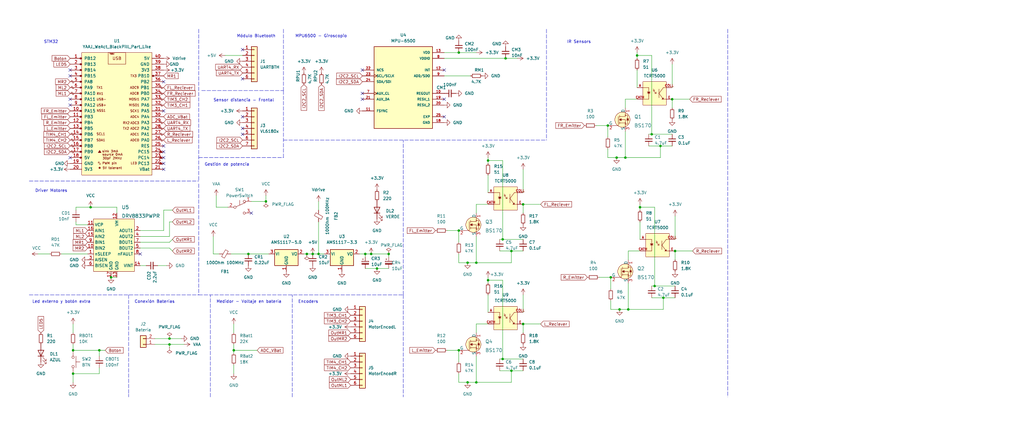
<source format=kicad_sch>
(kicad_sch (version 20211123) (generator eeschema)
  (paper "User" 445.008 184.988)
  (junction (at 31.75 162.56))
  (junction (at 43.18 152.4))
  (junction (at 219.71 25.4))
  (junction (at 101.6 152.4))
  (junction (at 207.01 114.3))
  (junction (at 264.16 54.61))
  (junction (at 135.89 110.49))
  (junction (at 203.2 114.3))
  (junction (at 222.25 161.29))
  (junction (at 271.78 68.58))
  (junction (at 227.33 140.97))
  (junction (at 138.43 110.49))
  (junction (at 269.24 134.62))
  (junction (at 276.86 24.13))
  (junction (at 199.39 100.33))
  (junction (at 227.33 88.9))
  (junction (at 48.26 120.65))
  (junction (at 267.97 68.58))
  (junction (at 163.83 116.84))
  (junction (at 161.29 110.49))
  (junction (at 293.37 109.22))
  (junction (at 39.37 90.17))
  (junction (at 73.66 147.32))
  (junction (at 203.2 166.37))
  (junction (at 199.39 22.86))
  (junction (at 283.21 58.42))
  (junction (at 31.75 152.4))
  (junction (at 168.91 110.49))
  (junction (at 133.35 110.49))
  (junction (at 115.57 87.63))
  (junction (at 107.95 110.49))
  (junction (at 222.25 109.22))
  (junction (at 212.09 121.92))
  (junction (at 284.48 124.46))
  (junction (at 287.02 63.5))
  (junction (at 73.66 149.86))
  (junction (at 265.43 120.65))
  (junction (at 273.05 134.62))
  (junction (at 207.01 166.37))
  (junction (at 278.13 90.17))
  (junction (at 292.1 43.18))
  (junction (at 218.44 156.21))
  (junction (at 199.39 152.4))
  (junction (at 212.09 69.85))
  (junction (at 218.44 104.14))
  (junction (at 288.29 129.54))
  (junction (at 158.75 110.49))
  (no_connect (at 71.12 35.56))
  (no_connect (at 193.04 43.18))
  (no_connect (at 157.48 43.18))
  (no_connect (at 157.48 30.48))
  (no_connect (at 71.12 68.58))
  (no_connect (at 60.96 110.49))
  (no_connect (at 193.04 50.8))
  (no_connect (at 71.12 63.5))
  (no_connect (at 30.48 30.48))
  (no_connect (at 30.48 45.72))
  (no_connect (at 30.48 68.58))
  (no_connect (at 30.48 43.18))
  (no_connect (at 157.48 40.64))
  (no_connect (at 105.41 50.8))
  (no_connect (at 30.48 33.02))
  (no_connect (at 71.12 48.26))
  (no_connect (at 71.12 71.12))
  (no_connect (at 105.41 58.42))
  (no_connect (at 193.04 30.48))
  (no_connect (at 105.41 21.59))
  (no_connect (at 105.41 34.29))
  (no_connect (at 71.12 66.04))
  (no_connect (at 71.12 73.66))
  (no_connect (at 109.22 92.71))
  (no_connect (at 105.41 55.88))
  (wire (pts (xy 71.12 91.44) (xy 74.93 91.44)))
  (wire (pts (xy 222.25 166.37) (xy 222.25 161.29)))
  (polyline (pts (xy 87.63 39.37) (xy 123.19 39.37)))
  (wire (pts (xy 60.96 100.33) (xy 71.12 100.33)))
  (wire (pts (xy 68.58 115.57) (xy 72.39 115.57)))
  (wire (pts (xy 67.31 147.32) (xy 73.66 147.32)))
  (wire (pts (xy 218.44 121.92) (xy 218.44 156.21)))
  (wire (pts (xy 101.6 140.97) (xy 101.6 144.78)))
  (wire (pts (xy 271.78 43.18) (xy 271.78 46.99)))
  (wire (pts (xy 207.01 114.3) (xy 222.25 114.3)))
  (wire (pts (xy 207.01 140.97) (xy 207.01 144.78)))
  (wire (pts (xy 199.39 114.3) (xy 203.2 114.3)))
  (wire (pts (xy 219.71 25.4) (xy 224.79 25.4)))
  (wire (pts (xy 203.2 166.37) (xy 207.01 166.37)))
  (wire (pts (xy 212.09 128.27) (xy 212.09 135.89)))
  (wire (pts (xy 287.02 63.5) (xy 292.1 63.5)))
  (polyline (pts (xy 123.19 60.96) (xy 237.49 60.96)))
  (polyline (pts (xy 55.88 128.27) (xy 55.88 171.45)))
  (wire (pts (xy 292.1 43.18) (xy 299.72 43.18)))
  (wire (pts (xy 115.57 87.63) (xy 115.57 85.09)))
  (polyline (pts (xy 175.26 128.27) (xy 175.26 172.72)))
  (wire (pts (xy 33.02 90.17) (xy 39.37 90.17)))
  (wire (pts (xy 292.1 43.18) (xy 292.1 46.99)))
  (wire (pts (xy 33.02 91.44) (xy 33.02 90.17)))
  (wire (pts (xy 217.17 109.22) (xy 222.25 109.22)))
  (wire (pts (xy 217.17 161.29) (xy 222.25 161.29)))
  (wire (pts (xy 193.04 25.4) (xy 219.71 25.4)))
  (wire (pts (xy 283.21 124.46) (xy 284.48 124.46)))
  (wire (pts (xy 207.01 140.97) (xy 212.09 140.97)))
  (wire (pts (xy 161.29 110.49) (xy 168.91 110.49)))
  (wire (pts (xy 271.78 68.58) (xy 271.78 57.15)))
  (wire (pts (xy 218.44 156.21) (xy 227.33 156.21)))
  (wire (pts (xy 288.29 129.54) (xy 293.37 129.54)))
  (wire (pts (xy 259.08 54.61) (xy 264.16 54.61)))
  (wire (pts (xy 43.18 152.4) (xy 31.75 152.4)))
  (wire (pts (xy 97.79 24.13) (xy 105.41 24.13)))
  (wire (pts (xy 227.33 128.27) (xy 227.33 135.89)))
  (wire (pts (xy 265.43 120.65) (xy 265.43 125.73)))
  (wire (pts (xy 193.04 33.02) (xy 204.47 33.02)))
  (wire (pts (xy 212.09 69.85) (xy 218.44 69.85)))
  (wire (pts (xy 212.09 121.92) (xy 212.09 123.19)))
  (wire (pts (xy 101.6 149.86) (xy 101.6 152.4)))
  (wire (pts (xy 287.02 68.58) (xy 287.02 63.5)))
  (wire (pts (xy 207.01 166.37) (xy 222.25 166.37)))
  (wire (pts (xy 16.51 110.49) (xy 21.59 110.49)))
  (wire (pts (xy 227.33 73.66) (xy 227.33 83.82)))
  (wire (pts (xy 31.75 162.56) (xy 43.18 162.56)))
  (wire (pts (xy 193.04 22.86) (xy 199.39 22.86)))
  (wire (pts (xy 269.24 134.62) (xy 273.05 134.62)))
  (polyline (pts (xy 123.19 12.7) (xy 123.19 39.37)))
  (wire (pts (xy 203.2 114.3) (xy 207.01 114.3)))
  (wire (pts (xy 93.98 90.17) (xy 99.06 90.17)))
  (wire (pts (xy 92.71 102.87) (xy 92.71 110.49)))
  (wire (pts (xy 276.86 30.48) (xy 276.86 38.1)))
  (wire (pts (xy 264.16 54.61) (xy 264.16 59.69)))
  (wire (pts (xy 199.39 162.56) (xy 199.39 166.37)))
  (wire (pts (xy 293.37 109.22) (xy 300.99 109.22)))
  (wire (pts (xy 163.83 116.84) (xy 168.91 116.84)))
  (wire (pts (xy 284.48 90.17) (xy 284.48 124.46)))
  (wire (pts (xy 264.16 68.58) (xy 267.97 68.58)))
  (wire (pts (xy 73.66 147.32) (xy 78.74 147.32)))
  (wire (pts (xy 284.48 124.46) (xy 293.37 124.46)))
  (wire (pts (xy 133.35 110.49) (xy 135.89 110.49)))
  (polyline (pts (xy 86.36 68.58) (xy 123.19 68.58)))
  (wire (pts (xy 101.6 152.4) (xy 101.6 153.67)))
  (wire (pts (xy 138.43 87.63) (xy 138.43 91.44)))
  (wire (pts (xy 107.95 110.49) (xy 116.84 110.49)))
  (wire (pts (xy 283.21 24.13) (xy 283.21 58.42)))
  (wire (pts (xy 73.66 96.52) (xy 74.93 96.52)))
  (wire (pts (xy 217.17 156.21) (xy 218.44 156.21)))
  (wire (pts (xy 207.01 88.9) (xy 212.09 88.9)))
  (wire (pts (xy 194.31 152.4) (xy 199.39 152.4)))
  (wire (pts (xy 260.35 120.65) (xy 265.43 120.65)))
  (wire (pts (xy 227.33 88.9) (xy 227.33 92.71)))
  (wire (pts (xy 276.86 24.13) (xy 276.86 25.4)))
  (wire (pts (xy 292.1 27.94) (xy 292.1 38.1)))
  (wire (pts (xy 199.39 22.86) (xy 207.01 22.86)))
  (wire (pts (xy 60.96 107.95) (xy 73.66 107.95)))
  (wire (pts (xy 271.78 43.18) (xy 276.86 43.18)))
  (wire (pts (xy 73.66 107.95) (xy 74.93 109.22)))
  (wire (pts (xy 33.02 96.52) (xy 33.02 97.79)))
  (wire (pts (xy 227.33 140.97) (xy 234.95 140.97)))
  (wire (pts (xy 217.17 104.14) (xy 218.44 104.14)))
  (wire (pts (xy 222.25 161.29) (xy 227.33 161.29)))
  (wire (pts (xy 281.94 63.5) (xy 287.02 63.5)))
  (wire (pts (xy 278.13 90.17) (xy 284.48 90.17)))
  (wire (pts (xy 278.13 88.9) (xy 278.13 90.17)))
  (wire (pts (xy 93.98 85.09) (xy 93.98 90.17)))
  (wire (pts (xy 43.18 160.02) (xy 43.18 162.56)))
  (wire (pts (xy 273.05 109.22) (xy 273.05 113.03)))
  (wire (pts (xy 212.09 69.85) (xy 212.09 71.12)))
  (wire (pts (xy 48.26 120.65) (xy 50.8 120.65)))
  (wire (pts (xy 281.94 58.42) (xy 283.21 58.42)))
  (polyline (pts (xy 86.36 128.27) (xy 175.26 128.27)))
  (wire (pts (xy 267.97 68.58) (xy 271.78 68.58)))
  (wire (pts (xy 60.96 102.87) (xy 73.66 102.87)))
  (polyline (pts (xy 237.49 12.7) (xy 237.49 60.96)))
  (wire (pts (xy 92.71 110.49) (xy 95.25 110.49)))
  (wire (pts (xy 60.96 115.57) (xy 63.5 115.57)))
  (wire (pts (xy 39.37 90.17) (xy 50.8 90.17)))
  (wire (pts (xy 207.01 114.3) (xy 207.01 102.87)))
  (wire (pts (xy 199.39 166.37) (xy 203.2 166.37)))
  (wire (pts (xy 33.02 97.79) (xy 38.1 97.79)))
  (wire (pts (xy 212.09 120.65) (xy 212.09 121.92)))
  (wire (pts (xy 273.05 134.62) (xy 273.05 123.19)))
  (wire (pts (xy 158.75 116.84) (xy 163.83 116.84)))
  (wire (pts (xy 67.31 149.86) (xy 73.66 149.86)))
  (polyline (pts (xy 123.19 68.58) (xy 123.19 39.37)))
  (wire (pts (xy 273.05 109.22) (xy 278.13 109.22)))
  (wire (pts (xy 283.21 58.42) (xy 292.1 58.42)))
  (wire (pts (xy 222.25 109.22) (xy 227.33 109.22)))
  (wire (pts (xy 168.91 110.49) (xy 168.91 111.76)))
  (wire (pts (xy 218.44 104.14) (xy 227.33 104.14)))
  (wire (pts (xy 212.09 121.92) (xy 218.44 121.92)))
  (wire (pts (xy 158.75 110.49) (xy 158.75 111.76)))
  (wire (pts (xy 73.66 102.87) (xy 73.66 96.52)))
  (polyline (pts (xy 175.26 128.27) (xy 175.26 60.96)))
  (wire (pts (xy 264.16 64.77) (xy 264.16 68.58)))
  (wire (pts (xy 293.37 109.22) (xy 293.37 113.03)))
  (wire (pts (xy 276.86 24.13) (xy 283.21 24.13)))
  (wire (pts (xy 199.39 110.49) (xy 199.39 114.3)))
  (wire (pts (xy 31.75 149.86) (xy 31.75 152.4)))
  (wire (pts (xy 138.43 110.49) (xy 140.97 110.49)))
  (wire (pts (xy 199.39 100.33) (xy 199.39 105.41)))
  (wire (pts (xy 293.37 93.98) (xy 293.37 104.14)))
  (wire (pts (xy 109.22 87.63) (xy 115.57 87.63)))
  (wire (pts (xy 207.01 166.37) (xy 207.01 154.94)))
  (polyline (pts (xy 86.36 12.7) (xy 86.36 78.74)))
  (wire (pts (xy 199.39 152.4) (xy 199.39 157.48)))
  (polyline (pts (xy 12.7 128.27) (xy 86.36 128.27)))
  (wire (pts (xy 71.12 100.33) (xy 71.12 91.44)))
  (wire (pts (xy 212.09 68.58) (xy 212.09 69.85)))
  (wire (pts (xy 31.75 162.56) (xy 31.75 166.37)))
  (wire (pts (xy 265.43 130.81) (xy 265.43 134.62)))
  (wire (pts (xy 73.66 151.13) (xy 73.66 149.86)))
  (wire (pts (xy 135.89 110.49) (xy 138.43 110.49)))
  (wire (pts (xy 111.76 152.4) (xy 101.6 152.4)))
  (wire (pts (xy 194.31 100.33) (xy 199.39 100.33)))
  (wire (pts (xy 31.75 140.97) (xy 31.75 144.78)))
  (wire (pts (xy 60.96 105.41) (xy 73.66 105.41)))
  (polyline (pts (xy 55.88 172.72) (xy 55.88 171.45)))
  (wire (pts (xy 138.43 96.52) (xy 138.43 110.49)))
  (polyline (pts (xy 91.44 172.72) (xy 91.44 128.27)))
  (wire (pts (xy 222.25 114.3) (xy 222.25 109.22)))
  (wire (pts (xy 43.18 152.4) (xy 45.72 152.4)))
  (wire (pts (xy 100.33 110.49) (xy 107.95 110.49)))
  (polyline (pts (xy 127 172.72) (xy 127 128.27)))
  (wire (pts (xy 276.86 22.86) (xy 276.86 24.13)))
  (polyline (pts (xy 86.36 80.01) (xy 86.36 128.27)))
  (wire (pts (xy 271.78 68.58) (xy 287.02 68.58)))
  (wire (pts (xy 273.05 134.62) (xy 288.29 134.62)))
  (wire (pts (xy 212.09 76.2) (xy 212.09 83.82)))
  (wire (pts (xy 26.67 110.49) (xy 38.1 110.49)))
  (wire (pts (xy 227.33 88.9) (xy 234.95 88.9)))
  (wire (pts (xy 265.43 134.62) (xy 269.24 134.62)))
  (wire (pts (xy 50.8 90.17) (xy 50.8 92.71)))
  (wire (pts (xy 43.18 154.94) (xy 43.18 152.4)))
  (wire (pts (xy 278.13 96.52) (xy 278.13 104.14)))
  (wire (pts (xy 278.13 90.17) (xy 278.13 91.44)))
  (polyline (pts (xy 12.7 78.74) (xy 86.36 78.74)))
  (wire (pts (xy 132.08 110.49) (xy 133.35 110.49)))
  (polyline (pts (xy 316.23 12.7) (xy 316.23 172.72)))
  (wire (pts (xy 207.01 88.9) (xy 207.01 92.71)))
  (wire (pts (xy 218.44 69.85) (xy 218.44 104.14)))
  (wire (pts (xy 288.29 134.62) (xy 288.29 129.54)))
  (wire (pts (xy 156.21 110.49) (xy 158.75 110.49)))
  (wire (pts (xy 101.6 158.75) (xy 101.6 162.56)))
  (wire (pts (xy 283.21 129.54) (xy 288.29 129.54)))
  (wire (pts (xy 73.66 105.41) (xy 74.93 104.14)))
  (wire (pts (xy 227.33 140.97) (xy 227.33 144.78)))
  (wire (pts (xy 73.66 149.86) (xy 80.01 149.86)))
  (wire (pts (xy 158.75 110.49) (xy 161.29 110.49)))
  (text "Medidor - Voltaje en batería\n" (at 93.98 132.08 0) (effects (font (size 1.27 1.27)) (justify left bottom)))
  (text "Gestión de potencia" (at 88.9 72.39 0) (effects (font (size 1.27 1.27)) (justify left bottom)))
  (text "Led externo y botón extra" (at 13.97 132.08 0) (effects (font (size 1.27 1.27)) (justify left bottom)))
  (text "MPU6500 - Giroscopio" (at 128.27 16.51 0) (effects (font (size 1.27 1.27)) (justify left bottom)))
  (text "STM32" (at 19.05 19.05 0) (effects (font (size 1.27 1.27)) (justify left bottom)))
  (text "IR Sensors" (at 246.38 19.05 0) (effects (font (size 1.27 1.27)) (justify left bottom)))
  (text "Módulo Bluetooth" (at 102.87 16.51 0) (effects (font (size 1.27 1.27)) (justify left bottom)))
  (text "Encoders" (at 129.54 132.08 0) (effects (font (size 1.27 1.27)) (justify left bottom)))
  (text "Driver Motores" (at 15.24 83.82 0) (effects (font (size 1.27 1.27)) (justify left bottom)))
  (text "Conexión Baterías" (at 58.42 132.08 0) (effects (font (size 1.27 1.27)) (justify left bottom)))
  (text "Sensor distancia - Frontal\n" (at 92.71 44.45 0) (effects (font (size 1.27 1.27)) (justify left bottom)))
  (global_label "Boton" (shape input) (at 30.48 25.4 180) (property "Intersheet References" "${INTERSHEET_REFS}" (effects hide)))
  (global_label "TIM3_CH1" (shape input) (at 152.4 137.16 180) (property "Intersheet References" "${INTERSHEET_REFS}" (effects hide)))
  (global_label "TIM3_CH1" (shape input) (at 71.12 45.72 0) (property "Intersheet References" "${INTERSHEET_REFS}" (effects hide)))
  (global_label "LED5" (shape input) (at 30.48 27.94 180) (property "Intersheet References" "${INTERSHEET_REFS}" (effects hide)))
  (global_label "OutML1" (shape input) (at 152.4 167.64 180) (property "Intersheet References" "${INTERSHEET_REFS}" (effects hide)))
  (global_label "I2C2_SDA" (shape input) (at 30.48 66.04 180) (property "Intersheet References" "${INTERSHEET_REFS}" (effects hide)))
  (global_label "UART4_RX" (shape input) (at 105.41 29.21 180) (property "Intersheet References" "${INTERSHEET_REFS}" (effects hide)))
  (global_label "L_Reciever" (shape input) (at 71.12 60.96 0) (property "Intersheet References" "${INTERSHEET_REFS}" (effects hide)))
  (global_label "ML1" (shape input) (at 38.1 100.33 180) (property "Intersheet References" "${INTERSHEET_REFS}" (effects hide)))
  (global_label "OutMR2" (shape input) (at 152.4 147.32 180) (property "Intersheet References" "${INTERSHEET_REFS}" (effects hide)))
  (global_label "UART4_TX" (shape input) (at 105.41 31.75 180) (property "Intersheet References" "${INTERSHEET_REFS}" (effects hide)))
  (global_label "ML2" (shape input) (at 30.48 38.1 180) (property "Intersheet References" "${INTERSHEET_REFS}" (effects hide)))
  (global_label "TIM3_CH2" (shape input) (at 71.12 43.18 0) (property "Intersheet References" "${INTERSHEET_REFS}" (effects hide)))
  (global_label "R_Emitter" (shape input) (at 30.48 53.34 180) (property "Intersheet References" "${INTERSHEET_REFS}" (effects hide)))
  (global_label "ADC_VBat" (shape input) (at 111.76 152.4 0) (property "Intersheet References" "${INTERSHEET_REFS}" (effects hide)))
  (global_label "I2C2_SCL" (shape input) (at 132.08 36.83 270) (property "Intersheet References" "${INTERSHEET_REFS}" (effects hide)))
  (global_label "L_Emitter" (shape input) (at 189.23 152.4 180) (property "Intersheet References" "${INTERSHEET_REFS}" (effects hide)))
  (global_label "I2C2_SCL" (shape input) (at 105.41 60.96 180) (property "Intersheet References" "${INTERSHEET_REFS}" (effects hide)))
  (global_label "MR2" (shape input) (at 38.1 107.95 180) (property "Intersheet References" "${INTERSHEET_REFS}" (effects hide)))
  (global_label "I2C2_SCL" (shape input) (at 157.48 33.02 180) (property "Intersheet References" "${INTERSHEET_REFS}" (effects hide)))
  (global_label "OutMR1" (shape input) (at 74.93 104.14 0) (property "Intersheet References" "${INTERSHEET_REFS}" (effects hide)))
  (global_label "I2C2_SDA" (shape input) (at 139.7 36.83 270) (property "Intersheet References" "${INTERSHEET_REFS}" (effects hide)))
  (global_label "L_Emitter" (shape input) (at 30.48 55.88 180) (property "Intersheet References" "${INTERSHEET_REFS}" (effects hide)))
  (global_label "OutMR2" (shape input) (at 74.93 109.22 0) (property "Intersheet References" "${INTERSHEET_REFS}" (effects hide)))
  (global_label "OutML2" (shape input) (at 74.93 96.52 0) (property "Intersheet References" "${INTERSHEET_REFS}" (effects hide)))
  (global_label "UART4_RX" (shape input) (at 71.12 53.34 0) (property "Intersheet References" "${INTERSHEET_REFS}" (effects hide)))
  (global_label "OutML2" (shape input) (at 152.4 165.1 180) (property "Intersheet References" "${INTERSHEET_REFS}" (effects hide)))
  (global_label "I2C2_SDA" (shape input) (at 157.48 35.56 180) (property "Intersheet References" "${INTERSHEET_REFS}" (effects hide)))
  (global_label "ML1" (shape input) (at 30.48 40.64 180) (property "Intersheet References" "${INTERSHEET_REFS}" (effects hide)))
  (global_label "ADC_VBat" (shape input) (at 71.12 50.8 0) (property "Intersheet References" "${INTERSHEET_REFS}" (effects hide)))
  (global_label "FL_Emitter" (shape input) (at 189.23 100.33 180) (property "Intersheet References" "${INTERSHEET_REFS}" (effects hide)))
  (global_label "TIM4_CH2" (shape input) (at 152.4 160.02 180) (property "Intersheet References" "${INTERSHEET_REFS}" (effects hide)))
  (global_label "FL_Emitter" (shape input) (at 30.48 50.8 180) (property "Intersheet References" "${INTERSHEET_REFS}" (effects hide)))
  (global_label "TIM4_CH1" (shape input) (at 152.4 157.48 180) (property "Intersheet References" "${INTERSHEET_REFS}" (effects hide)))
  (global_label "TIM4_CH1" (shape input) (at 30.48 58.42 180) (property "Intersheet References" "${INTERSHEET_REFS}" (effects hide)))
  (global_label "FR_Emitter" (shape input) (at 254 54.61 180) (property "Intersheet References" "${INTERSHEET_REFS}" (effects hide)))
  (global_label "MR1" (shape input) (at 71.12 33.02 0) (property "Intersheet References" "${INTERSHEET_REFS}" (effects hide)))
  (global_label "LED5" (shape input) (at 17.78 144.78 90) (property "Intersheet References" "${INTERSHEET_REFS}" (effects hide)))
  (global_label "MR1" (shape input) (at 38.1 105.41 180) (property "Intersheet References" "${INTERSHEET_REFS}" (effects hide)))
  (global_label "R_Emitter" (shape input) (at 255.27 120.65 180) (property "Intersheet References" "${INTERSHEET_REFS}" (effects hide)))
  (global_label "I2C2_SDA" (shape input) (at 105.41 63.5 180) (property "Intersheet References" "${INTERSHEET_REFS}" (effects hide)))
  (global_label "FR_Reciever" (shape input) (at 71.12 40.64 0) (property "Intersheet References" "${INTERSHEET_REFS}" (effects hide)))
  (global_label "Boton" (shape input) (at 45.72 152.4 0) (property "Intersheet References" "${INTERSHEET_REFS}" (effects hide)))
  (global_label "TIM3_CH2" (shape input) (at 152.4 139.7 180) (property "Intersheet References" "${INTERSHEET_REFS}" (effects hide)))
  (global_label "OutMR1" (shape input) (at 152.4 144.78 180) (property "Intersheet References" "${INTERSHEET_REFS}" (effects hide)))
  (global_label "R_Reciever" (shape input) (at 300.99 109.22 0) (property "Intersheet References" "${INTERSHEET_REFS}" (effects hide)))
  (global_label "MR2" (shape input) (at 30.48 35.56 180) (property "Intersheet References" "${INTERSHEET_REFS}" (effects hide)))
  (global_label "OutML1" (shape input) (at 74.93 91.44 0) (property "Intersheet References" "${INTERSHEET_REFS}" (effects hide)))
  (global_label "ML2" (shape input) (at 38.1 102.87 180) (property "Intersheet References" "${INTERSHEET_REFS}" (effects hide)))
  (global_label "I2C2_SCL" (shape input) (at 30.48 63.5 180) (property "Intersheet References" "${INTERSHEET_REFS}" (effects hide)))
  (global_label "FR_Reciever" (shape input) (at 299.72 43.18 0) (property "Intersheet References" "${INTERSHEET_REFS}" (effects hide)))
  (global_label "TIM4_CH2" (shape input) (at 30.48 60.96 180) (property "Intersheet References" "${INTERSHEET_REFS}" (effects hide)))
  (global_label "UART4_TX" (shape input) (at 71.12 55.88 0) (property "Intersheet References" "${INTERSHEET_REFS}" (effects hide)))
  (global_label "FL_Reciever" (shape input) (at 71.12 38.1 0) (property "Intersheet References" "${INTERSHEET_REFS}" (effects hide)))
  (global_label "FL_Reciever" (shape input) (at 234.95 88.9 0) (property "Intersheet References" "${INTERSHEET_REFS}" (effects hide)))
  (global_label "L_Reciever" (shape input) (at 234.95 140.97 0) (property "Intersheet References" "${INTERSHEET_REFS}" (effects hide)))
  (global_label "FR_Emitter" (shape input) (at 30.48 48.26 180) (property "Intersheet References" "${INTERSHEET_REFS}" (effects hide)))
  (global_label "R_Reciever" (shape input) (at 71.12 58.42 0) (property "Intersheet References" "${INTERSHEET_REFS}" (effects hide)))
  (symbol (lib_id "Connector_Generic:Conn_01x06") (at 110.49 26.67 0) (unit 1)
    (property "Reference" "J1" (at 113.03 26.6699 0) (effects (justify left)))
    (property "Value" "UARTBTH" (at 113.03 29.2099 0) (effects (justify left)))
    (property "Footprint" "Connector_PinSocket_2.54mm:PinSocket_1x06_P2.54mm_Vertical" (effects hide))
  )
  (symbol (lib_id "power:+3.3V") (at 227.33 73.66 0) (unit 1)
    (property "Reference" "#PWR064" (effects hide))
    (property "Value" "+3.3V" (at 227.33 68.58 0))
  )
  (symbol (lib_id "Device:R_Small") (at 257.81 120.65 90) (unit 1)
    (property "Reference" "R4" (at 257.81 114.3 90))
    (property "Value" "100" (at 257.81 116.84 90))
    (property "Footprint" "Resistor_SMD:R_0402_1005Metric" (effects hide))
  )
  (symbol (lib_id "power:PWR_FLAG") (at 73.66 151.13 180) (unit 1)
    (property "Reference" "#FLG0101" (effects hide))
    (property "Value" "PWR_FLAG" (at 76.2 153.67 0) (effects (justify right)))
  )
  (symbol (lib_id "Device:R_Small") (at 212.09 125.73 180) (unit 1)
    (property "Reference" "R16" (at 214.63 124.4599 0) (effects (justify right)))
    (property "Value" "51" (at 214.63 126.9999 0) (effects (justify right)))
    (property "Footprint" "Resistor_SMD:R_0402_1005Metric" (effects hide))
  )
  (symbol (lib_id "power:GND") (at 105.41 26.67 270) (unit 1)
    (property "Reference" "#PWR018" (effects hide))
    (property "Value" "GND" (at 101.6 26.6699 90) (effects (justify right)))
  )
  (symbol (lib_id "Device:R_Small") (at 132.08 34.29 180) (unit 1)
    (property "Reference" "RPU1" (at 129.54 33.02 90))
    (property "Value" "4.7K" (at 134.62 34.29 90))
    (property "Footprint" "Resistor_SMD:R_0402_1005Metric" (effects hide))
  )
  (symbol (lib_id "power:GND") (at 148.59 118.11 0) (unit 1)
    (property "Reference" "#PWR017" (effects hide))
    (property "Value" "GND" (at 148.59 123.19 0))
  )
  (symbol (lib_id "Device:C_Polarized_Small") (at 168.91 114.3 0) (unit 1)
    (property "Reference" "CR4" (at 170.18 114.3 0) (effects (justify left)))
    (property "Value" "10uF" (at 170.18 116.84 0) (effects (justify left)))
    (property "Footprint" "Capacitor_SMD:C_1206_3216Metric" (effects hide))
  )
  (symbol (lib_id "dk_Transistors-FETs-MOSFETs-Single:BS170") (at 207.01 97.79 0) (unit 1)
    (property "Reference" "Q3" (at 210.82 96.52 0) (effects (font (size 1.524 1.524)) (justify left)))
    (property "Value" "BS170" (at 210.82 100.33 0) (effects (font (size 1.524 1.524)) (justify left)))
    (property "Footprint" "digikey-footprints:TO-92-3" (effects hide))
    (property "Datasheet" "https://www.onsemi.com/pub/Collateral/BS170-D.PDF" (effects hide))
    (property "Digi-Key_PN" "BS170-ND" (effects hide))
    (property "MPN" "BS170" (effects hide))
    (property "Category" "Discrete Semiconductor Products" (effects hide))
    (property "Family" "Transistors - FETs, MOSFETs - Single" (effects hide))
    (property "DK_Datasheet_Link" "https://www.onsemi.com/pub/Collateral/BS170-D.PDF" (effects hide))
    (property "DK_Detail_Page" "/product-detail/en/on-semiconductor/BS170/BS170-ND/244280" (effects hide))
    (property "Description" "MOSFET N-CH 60V 500MA TO-92" (effects hide))
    (property "Manufacturer" "ON Semiconductor" (effects hide))
    (property "Status" "Active" (effects hide))
  )
  (symbol (lib_id "Device:C_Small") (at 217.17 106.68 0) (unit 1)
    (property "Reference" "C5" (at 219.71 105.4162 0) (effects (justify left)))
    (property "Value" "4.7uF" (at 219.71 107.9562 0) (effects (justify left)))
    (property "Footprint" "Capacitor_SMD:C_0402_1005Metric" (effects hide))
  )
  (symbol (lib_id "power:GND") (at 78.74 147.32 90) (unit 1)
    (property "Reference" "#PWR0101" (effects hide))
    (property "Value" "GND" (at 82.55 147.3199 90) (effects (justify right)))
  )
  (symbol (lib_id "Connector_Generic:Conn_01x02") (at 62.23 149.86 180) (unit 1)
    (property "Reference" "J2" (at 62.23 140.97 0))
    (property "Value" "Batería" (at 62.23 143.51 0))
    (property "Footprint" "HUELLAS:AMASS_XT60-M" (effects hide))
  )
  (symbol (lib_id "power:+3.3V") (at 132.08 31.75 0) (unit 1)
    (property "Reference" "#PWR023" (effects hide))
    (property "Value" "+3.3V" (at 132.08 26.67 0))
  )
  (symbol (lib_id "Device:R_Small") (at 199.39 160.02 180) (unit 1)
    (property "Reference" "R14" (at 201.93 158.7499 0) (effects (justify right)))
    (property "Value" "47K" (at 201.93 161.2899 0) (effects (justify right)))
    (property "Footprint" "Resistor_SMD:R_0402_1005Metric" (effects hide))
  )
  (symbol (lib_id "power:+3.3V") (at 212.09 120.65 0) (unit 1)
    (property "Reference" "#PWR063" (effects hide))
    (property "Value" "+3.3V" (at 215.9 119.38 0))
  )
  (symbol (lib_id "power:+3.3V") (at 276.86 22.86 0) (unit 1)
    (property "Reference" "#PWR054" (effects hide))
    (property "Value" "+3.3V" (at 276.86 17.78 0))
  )
  (symbol (lib_id "power:GND") (at 269.24 134.62 0) (unit 1)
    (property "Reference" "#PWR053" (effects hide))
    (property "Value" "GND" (at 269.24 139.7 0))
  )
  (symbol (lib_id "power:GND") (at 227.33 97.79 0) (unit 1)
    (property "Reference" "#PWR065" (effects hide))
    (property "Value" "GND" (at 227.33 102.87 0))
  )
  (symbol (lib_id "Device:R_Small") (at 101.6 156.21 180) (unit 1)
    (property "Reference" "RBat2" (at 104.14 154.9399 0) (effects (justify right)))
    (property "Value" "18K" (at 104.14 157.4799 0) (effects (justify right)))
    (property "Footprint" "Resistor_SMD:R_0402_1005Metric" (effects hide))
  )
  (symbol (lib_id "Connector_Generic:Conn_01x06") (at 157.48 160.02 0) (unit 1)
    (property "Reference" "J5" (at 160.02 160.0199 0) (effects (justify left)))
    (property "Value" "MotorEncodR" (at 160.02 162.5599 0) (effects (justify left)))
    (property "Footprint" "Connector_JST:JST_SH_BM06B-SRSS-TB_1x06-1MP_P1.00mm_Vertical" (effects hide))
  )
  (symbol (lib_id "power:GND") (at 163.83 116.84 0) (unit 1)
    (property "Reference" "#PWR022" (effects hide))
    (property "Value" "GND" (at 163.83 121.92 0))
  )
  (symbol (lib_id "Device:R_Small") (at 293.37 115.57 180) (unit 1)
    (property "Reference" "R10" (at 295.91 114.2999 0) (effects (justify right)))
    (property "Value" "1.8K" (at 295.91 116.8399 0) (effects (justify right)))
    (property "Footprint" "Resistor_SMD:R_0402_1005Metric" (effects hide))
  )
  (symbol (lib_id "Device:C_Small") (at 66.04 115.57 90) (unit 1)
    (property "Reference" "CD2" (at 64.77 121.92 0) (effects (justify left)))
    (property "Value" "2.2uF" (at 67.31 123.19 0) (effects (justify left)))
    (property "Footprint" "Capacitor_SMD:C_0402_1005Metric" (effects hide))
  )
  (symbol (lib_id "Connector_Generic:Conn_01x07") (at 110.49 55.88 0) (unit 1)
    (property "Reference" "J3" (at 113.03 54.6099 0) (effects (justify left)))
    (property "Value" "VL6180x " (at 113.03 57.1499 0) (effects (justify left)))
    (property "Footprint" "Connector_PinSocket_2.54mm:PinSocket_1x07_P2.54mm_Vertical" (effects hide))
  )
  (symbol (lib_id "power:GND") (at 38.1 113.03 270) (unit 1)
    (property "Reference" "#PWR033" (effects hide))
    (property "Value" "GND" (at 34.29 113.0299 90) (effects (justify right)))
  )
  (symbol (lib_id "power:GND") (at 105.41 53.34 270) (unit 1)
    (property "Reference" "#PWR026" (effects hide))
    (property "Value" "GND" (at 101.6 53.3399 90) (effects (justify right)))
  )
  (symbol (lib_id "Device:R_Small") (at 256.54 54.61 90) (unit 1)
    (property "Reference" "R3" (at 256.54 48.26 90))
    (property "Value" "100" (at 256.54 50.8 90))
    (property "Footprint" "Resistor_SMD:R_0402_1005Metric" (effects hide))
  )
  (symbol (lib_id "power:GND") (at 292.1 52.07 0) (unit 1)
    (property "Reference" "#PWR057" (effects hide))
    (property "Value" "GND" (at 292.1 57.15 0))
  )
  (symbol (lib_id "power:+3.3V") (at 161.29 110.49 0) (unit 1)
    (property "Reference" "#PWR019" (effects hide))
    (property "Value" "+3.3V" (at 161.29 105.41 0))
  )
  (symbol (lib_id "power:PWR_FLAG") (at 115.57 87.63 180) (unit 1)
    (property "Reference" "#FLG01" (effects hide))
    (property "Value" "PWR_FLAG" (at 118.11 88.8999 0) (effects (justify right)))
  )
  (symbol (lib_id "Device:R_Small") (at 163.83 85.09 0) (unit 1)
    (property "Reference" "R2" (at 166.37 83.8199 0) (effects (justify left)))
    (property "Value" "220" (at 166.37 86.3599 0) (effects (justify left)))
    (property "Footprint" "Resistor_SMD:R_0603_1608Metric" (effects hide))
  )
  (symbol (lib_id "Device:R_Small") (at 265.43 128.27 180) (unit 1)
    (property "Reference" "R6" (at 267.97 126.9999 0) (effects (justify right)))
    (property "Value" "47K" (at 267.97 129.5399 0) (effects (justify right)))
    (property "Footprint" "Resistor_SMD:R_0402_1005Metric" (effects hide))
  )
  (symbol (lib_id "power:GND") (at 203.2 114.3 0) (unit 1)
    (property "Reference" "#PWR060" (effects hide))
    (property "Value" "GND" (at 203.2 119.38 0))
  )
  (symbol (lib_id "Regulator_Linear:AMS1117-5.0") (at 124.46 110.49 0) (unit 1)
    (property "Reference" "U2" (at 124.46 102.87 0))
    (property "Value" "AMS1117-5.0" (at 124.46 105.41 0))
    (property "Footprint" "Package_TO_SOT_SMD:SOT-223-3_TabPin2" (effects hide))
    (property "Datasheet" "http://www.advanced-monolithic.com/pdf/ds1117.pdf" (effects hide))
  )
  (symbol (lib_id "Device:R_Small") (at 17.78 147.32 0) (unit 1)
    (property "Reference" "R1" (at 20.32 146.0499 0) (effects (justify left)))
    (property "Value" "220" (at 20.32 148.5899 0) (effects (justify left)))
    (property "Footprint" "Resistor_SMD:R_0603_1608Metric" (effects hide))
  )
  (symbol (lib_id "Device:R_Small") (at 199.39 107.95 180) (unit 1)
    (property "Reference" "R13" (at 201.93 106.6799 0) (effects (justify right)))
    (property "Value" "47K" (at 201.93 109.2199 0) (effects (justify right)))
    (property "Footprint" "Resistor_SMD:R_0402_1005Metric" (effects hide))
  )
  (symbol (lib_id "power:Vdrive") (at 138.43 87.63 0) (unit 1)
    (property "Reference" "#PWR015" (effects hide))
    (property "Value" "Vdrive" (at 138.43 82.55 0))
  )
  (symbol (lib_id "Device:C_Small") (at 283.21 127 0) (unit 1)
    (property "Reference" "C2" (at 285.75 125.7362 0) (effects (justify left)))
    (property "Value" "4.7uF" (at 285.75 128.2762 0) (effects (justify left)))
    (property "Footprint" "Capacitor_SMD:C_0402_1005Metric" (effects hide))
  )
  (symbol (lib_id "power:GND") (at 31.75 166.37 0) (unit 1)
    (property "Reference" "#PWR046" (effects hide))
    (property "Value" "GND" (at 31.75 171.45 0))
  )
  (symbol (lib_id "Switch:SW_Push_SPDT") (at 104.14 90.17 0) (unit 1)
    (property "Reference" "SW1" (at 104.14 82.55 0))
    (property "Value" "PowerSwitch" (at 104.14 85.09 0))
    (property "Footprint" "HUELLAS:Switch_Slide" (effects hide))
  )
  (symbol (lib_id "power:+3.3V") (at 278.13 88.9 0) (unit 1)
    (property "Reference" "#PWR055" (effects hide))
    (property "Value" "+3.3V" (at 278.13 83.82 0))
  )
  (symbol (lib_id "power:+3.3V") (at 152.4 142.24 90) (unit 1)
    (property "Reference" "#PWR043" (effects hide))
    (property "Value" "+3.3V" (at 148.59 142.2399 90) (effects (justify left)))
  )
  (symbol (lib_id "TCRT5000:TCRT5000") (at 284.48 40.64 0) (unit 1)
    (property "Reference" "U6" (at 284.48 30.48 0))
    (property "Value" "TCRT5000" (at 284.48 33.02 0))
    (property "Footprint" "TCRT5000-Footprint:OPTO_TCRT5000" (effects hide))
    (property "MAXIMUM_PACKAGE_HEIGHT" "7.2mm" (effects hide))
    (property "PARTREV" "1.7" (effects hide))
    (property "STANDARD" "Manufacturer recommendations" (effects hide))
    (property "MANUFACTURER" "Vishay" (effects hide))
  )
  (symbol (lib_id "power:GND") (at 17.78 157.48 0) (unit 1)
    (property "Reference" "#PWR01" (effects hide))
    (property "Value" "GND" (at 17.78 162.56 0))
  )
  (symbol (lib_id "power:GND") (at 157.48 48.26 270) (unit 1)
    (property "Reference" "#PWR027" (effects hide))
    (property "Value" "GND" (at 153.67 48.2599 90) (effects (justify right)))
  )
  (symbol (lib_id "Device:LED") (at 163.83 91.44 90) (unit 1)
    (property "Reference" "DL2" (at 167.64 91.7574 90) (effects (justify right)))
    (property "Value" "VERDE" (at 167.64 94.2974 90) (effects (justify right)))
    (property "Footprint" "LED_SMD:LED_0603_1608Metric" (effects hide))
  )
  (symbol (lib_id "power:+3.3V") (at 152.4 162.56 90) (unit 1)
    (property "Reference" "#PWR051" (effects hide))
    (property "Value" "+3.3V" (at 148.59 162.5599 90) (effects (justify left)))
  )
  (symbol (lib_id "dk_Transistors-FETs-MOSFETs-Single:BS170") (at 271.78 52.07 0) (unit 1)
    (property "Reference" "Q1" (at 275.59 50.8 0) (effects (font (size 1.524 1.524)) (justify left)))
    (property "Value" "BS170" (at 275.59 54.61 0) (effects (font (size 1.524 1.524)) (justify left)))
    (property "Footprint" "digikey-footprints:TO-92-3" (effects hide))
    (property "Datasheet" "https://www.onsemi.com/pub/Collateral/BS170-D.PDF" (effects hide))
    (property "Digi-Key_PN" "BS170-ND" (effects hide))
    (property "MPN" "BS170" (effects hide))
    (property "Category" "Discrete Semiconductor Products" (effects hide))
    (property "Family" "Transistors - FETs, MOSFETs - Single" (effects hide))
    (property "DK_Datasheet_Link" "https://www.onsemi.com/pub/Collateral/BS170-D.PDF" (effects hide))
    (property "DK_Detail_Page" "/product-detail/en/on-semiconductor/BS170/BS170-ND/244280" (effects hide))
    (property "Description" "MOSFET N-CH 60V 500MA TO-92" (effects hide))
    (property "Manufacturer" "ON Semiconductor" (effects hide))
    (property "Status" "Active" (effects hide))
  )
  (symbol (lib_id "Device:R_Small") (at 207.01 33.02 90) (unit 1)
    (property "Reference" "RM1" (at 208.28 30.48 90))
    (property "Value" "4.7K" (at 207.01 35.56 90))
    (property "Footprint" "Resistor_SMD:R_0402_1005Metric" (effects hide))
  )
  (symbol (lib_id "Device:C_Polarized_Small") (at 158.75 114.3 0) (unit 1)
    (property "Reference" "CR3" (at 161.29 112.4838 0) (effects (justify left)))
    (property "Value" "10uF" (at 161.29 115.0238 0) (effects (justify left)))
    (property "Footprint" "Capacitor_SMD:C_1206_3216Metric" (effects hide))
  )
  (symbol (lib_id "Device:C_Small") (at 281.94 60.96 0) (unit 1)
    (property "Reference" "C1" (at 284.48 59.6962 0) (effects (justify left)))
    (property "Value" "4.7uF" (at 284.48 62.2362 0) (effects (justify left)))
    (property "Footprint" "Capacitor_SMD:C_0402_1005Metric" (effects hide))
  )
  (symbol (lib_id "Device:R_Small") (at 264.16 62.23 180) (unit 1)
    (property "Reference" "R5" (at 266.7 60.9599 0) (effects (justify right)))
    (property "Value" "47K" (at 266.7 63.4999 0) (effects (justify right)))
    (property "Footprint" "Resistor_SMD:R_0402_1005Metric" (effects hide))
  )
  (symbol (lib_id "power:+3.3V") (at 292.1 27.94 0) (unit 1)
    (property "Reference" "#PWR056" (effects hide))
    (property "Value" "+3.3V" (at 292.1 22.86 0))
  )
  (symbol (lib_id "power:PWR_FLAG") (at 73.66 147.32 0) (unit 1)
    (property "Reference" "#FLG0102" (effects hide))
    (property "Value" "PWR_FLAG" (at 73.66 142.24 0))
  )
  (symbol (lib_id "power:+5V") (at 97.79 24.13 90) (unit 1)
    (property "Reference" "#PWR016" (effects hide))
    (property "Value" "+5V" (at 93.98 24.1299 90) (effects (justify left)))
  )
  (symbol (lib_id "Connector_Generic:Conn_01x06") (at 157.48 139.7 0) (unit 1)
    (property "Reference" "J4" (at 160.02 139.6999 0) (effects (justify left)))
    (property "Value" "MotorEncodL" (at 160.02 142.2399 0) (effects (justify left)))
    (property "Footprint" "Connector_JST:JST_SH_BM06B-SRSS-TB_1x06-1MP_P1.00mm_Vertical" (effects hide))
  )
  (symbol (lib_id "power:GND") (at 38.1 115.57 270) (unit 1)
    (property "Reference" "#PWR034" (effects hide))
    (property "Value" "GND" (at 34.29 115.5699 90) (effects (justify right)))
  )
  (symbol (lib_id "power:GND") (at 219.71 20.32 180) (unit 1)
    (property "Reference" "#PWR047" (effects hide))
    (property "Value" "GND" (at 215.9 19.05 0))
  )
  (symbol (lib_id "Device:R_Small") (at 227.33 95.25 180) (unit 1)
    (property "Reference" "R17" (at 229.87 93.9799 0) (effects (justify right)))
    (property "Value" "1.8K" (at 229.87 96.5199 0) (effects (justify right)))
    (property "Footprint" "Resistor_SMD:R_0402_1005Metric" (effects hide))
  )
  (symbol (lib_id "Switch:SW_Push") (at 31.75 157.48 270) (unit 1)
    (property "Reference" "SW2" (at 35.56 156.2099 90) (effects (justify left)))
    (property "Value" "BTN" (at 35.56 158.7499 90) (effects (justify left)))
    (property "Footprint" "Button_Switch_THT:SW_PUSH_6mm_H5mm" (effects hide))
  )
  (symbol (lib_id "Device:LED") (at 17.78 153.67 90) (unit 1)
    (property "Reference" "DL1" (at 21.59 153.9874 90) (effects (justify right)))
    (property "Value" "AZUL" (at 21.59 156.5274 90) (effects (justify right)))
    (property "Footprint" "LED_SMD:LED_0603_1608Metric" (effects hide))
  )
  (symbol (lib_id "power:GND") (at 293.37 118.11 0) (unit 1)
    (property "Reference" "#PWR059" (effects hide))
    (property "Value" "GND" (at 293.37 123.19 0))
  )
  (symbol (lib_id "power:GND") (at 72.39 115.57 90) (unit 1)
    (property "Reference" "#PWR049" (effects hide))
    (property "Value" "GND" (at 76.2 115.5699 90) (effects (justify right)))
  )
  (symbol (lib_id "power:GND") (at 193.04 45.72 90) (unit 1)
    (property "Reference" "#PWR036" (effects hide))
    (property "Value" "GND" (at 196.85 45.7199 90) (effects (justify right)))
  )
  (symbol (lib_id "Device:C_Small") (at 292.1 60.96 0) (unit 1)
    (property "Reference" "C3" (at 294.64 59.6962 0) (effects (justify left)))
    (property "Value" "0.1uF" (at 294.64 62.2362 0) (effects (justify left)))
    (property "Footprint" "Capacitor_SMD:C_0402_1005Metric" (effects hide))
  )
  (symbol (lib_id "Device:C_Small") (at 107.95 113.03 0) (unit 1)
    (property "Reference" "CR1" (at 110.49 111.7662 0) (effects (justify left)))
    (property "Value" "0.22uF" (at 110.49 114.3062 0) (effects (justify left)))
    (property "Footprint" "Capacitor_SMD:C_1206_3216Metric" (effects hide))
  )
  (symbol (lib_id "power:GND") (at 152.4 134.62 270) (unit 1)
    (property "Reference" "#PWR042" (effects hide))
    (property "Value" "GND" (at 148.59 134.6199 90) (effects (justify right)))
  )
  (symbol (lib_id "Device:R_Small") (at 139.7 34.29 180) (unit 1)
    (property "Reference" "RPU2" (at 137.16 33.02 90))
    (property "Value" "4.7K" (at 142.24 34.29 90))
    (property "Footprint" "Resistor_SMD:R_0402_1005Metric" (effects hide))
  )
  (symbol (lib_id "power:GND") (at 101.6 162.56 0) (unit 1)
    (property "Reference" "#PWR032" (effects hide))
    (property "Value" "GND" (at 101.6 167.64 0))
  )
  (symbol (lib_id "Device:C_Small") (at 33.02 93.98 0) (unit 1)
    (property "Reference" "CD1" (at 26.67 92.71 0) (effects (justify left)))
    (property "Value" "10nF" (at 25.4 95.25 0) (effects (justify left)))
    (property "Footprint" "Capacitor_SMD:C_0402_1005Metric" (effects hide))
  )
  (symbol (lib_id "Device:C_Small") (at 219.71 22.86 0) (unit 1)
    (property "Reference" "CM3" (at 222.25 21.5962 0) (effects (justify left)))
    (property "Value" "10nF" (at 222.25 24.1362 0) (effects (justify left)))
    (property "Footprint" "Capacitor_SMD:C_0402_1005Metric" (effects hide))
  )
  (symbol (lib_id "Device:R_Small") (at 191.77 100.33 90) (unit 1)
    (property "Reference" "R11" (at 191.77 93.98 90))
    (property "Value" "100" (at 191.77 96.52 90))
    (property "Footprint" "Resistor_SMD:R_0402_1005Metric" (effects hide))
  )
  (symbol (lib_id "power:GND") (at 198.12 40.64 90) (unit 1)
    (property "Reference" "#PWR038" (effects hide))
    (property "Value" "GND" (at 201.93 40.6399 90) (effects (justify right)))
  )
  (symbol (lib_id "dk_PMIC-Full-Half-Bridge-Drivers:DRV8833PWPR") (at 50.8 107.95 0) (unit 1)
    (property "Reference" "U5" (at 52.8194 90.17 0) (effects (font (size 1.524 1.524)) (justify left)))
    (property "Value" "DRV8833PWPR" (at 52.8194 93.98 0) (effects (font (size 1.524 1.524)) (justify left)))
    (property "Footprint" "digikey-footprints:TSSOP-16-1EP_W4.40mm" (effects hide))
    (property "Datasheet" "http://www.ti.com/general/docs/suppproductinfo.tsp?distId=10&gotoUrl=http%3A%2F%2Fwww.ti.com%2Flit%2Fgpn%2Fdrv8833" (effects hide))
    (property "Digi-Key_PN" "296-29434-1-ND" (effects hide))
    (property "MPN" "DRV8833PWPR" (effects hide))
    (property "Category" "Integrated Circuits (ICs)" (effects hide))
    (property "Family" "PMIC - Full, Half-Bridge Drivers" (effects hide))
    (property "DK_Datasheet_Link" "http://www.ti.com/general/docs/suppproductinfo.tsp?distId=10&gotoUrl=http%3A%2F%2Fwww.ti.com%2Flit%2Fgpn%2Fdrv8833" (effects hide))
    (property "DK_Detail_Page" "/product-detail/en/texas-instruments/DRV8833PWPR/296-29434-1-ND/2743171" (effects hide))
    (property "Description" "IC MOTOR DRIVER PAR 16HTSSOP" (effects hide))
    (property "Manufacturer" "Texas Instruments" (effects hide))
    (property "Status" "Active" (effects hide))
  )
  (symbol (lib_id "power:+3.3V") (at 31.75 140.97 0) (unit 1)
    (property "Reference" "#PWR045" (effects hide))
    (property "Value" "+3.3V" (at 31.75 135.89 0))
  )
  (symbol (lib_id "Device:R_Small") (at 276.86 27.94 180) (unit 1)
    (property "Reference" "R7" (at 279.4 26.6699 0) (effects (justify right)))
    (property "Value" "51" (at 279.4 29.2099 0) (effects (justify right)))
    (property "Footprint" "Resistor_SMD:R_0402_1005Metric" (effects hide))
  )
  (symbol (lib_id "power:GND") (at 199.39 17.78 180) (unit 1)
    (property "Reference" "#PWR039" (effects hide))
    (property "Value" "GND" (at 195.58 16.51 0))
  )
  (symbol (lib_id "power:GND") (at 227.33 149.86 0) (unit 1)
    (property "Reference" "#PWR067" (effects hide))
    (property "Value" "GND" (at 227.33 154.94 0))
  )
  (symbol (lib_id "power:+3.3V") (at 30.48 73.66 90) (unit 1)
    (property "Reference" "#PWR04" (effects hide))
    (property "Value" "+3.3V" (at 21.59 73.66 90) (effects (justify right)))
  )
  (symbol (lib_id "power:VCC") (at 39.37 90.17 0) (unit 1)
    (property "Reference" "#PWR035" (effects hide))
    (property "Value" "VCC" (at 39.37 85.09 0))
  )
  (symbol (lib_id "power:PWR_FLAG") (at 133.35 110.49 180) (unit 1)
    (property "Reference" "#FLG02" (effects hide))
    (property "Value" "PWR_FLAG" (effects hide))
  )
  (symbol (lib_id "dk_Transistors-FETs-MOSFETs-Single:BS170") (at 207.01 149.86 0) (unit 1)
    (property "Reference" "Q4" (at 210.82 148.59 0) (effects (font (size 1.524 1.524)) (justify left)))
    (property "Value" "BS170" (at 210.82 152.4 0) (effects (font (size 1.524 1.524)) (justify left)))
    (property "Footprint" "digikey-footprints:TO-92-3" (effects hide))
    (property "Datasheet" "https://www.onsemi.com/pub/Collateral/BS170-D.PDF" (effects hide))
    (property "Digi-Key_PN" "BS170-ND" (effects hide))
    (property "MPN" "BS170" (effects hide))
    (property "Category" "Discrete Semiconductor Products" (effects hide))
    (property "Family" "Transistors - FETs, MOSFETs - Single" (effects hide))
    (property "DK_Datasheet_Link" "https://www.onsemi.com/pub/Collateral/BS170-D.PDF" (effects hide))
    (property "DK_Detail_Page" "/product-detail/en/on-semiconductor/BS170/BS170-ND/244280" (effects hide))
    (property "Description" "MOSFET N-CH 60V 500MA TO-92" (effects hide))
    (property "Manufacturer" "ON Semiconductor" (effects hide))
    (property "Status" "Active" (effects hide))
  )
  (symbol (lib_id "TCRT5000:TCRT5000") (at 219.71 138.43 0) (unit 1)
    (property "Reference" "U9" (at 219.71 128.27 0))
    (property "Value" "TCRT5000" (at 219.71 130.81 0))
    (property "Footprint" "TCRT5000-Footprint:OPTO_TCRT5000" (effects hide))
    (property "MAXIMUM_PACKAGE_HEIGHT" "7.2mm" (effects hide))
    (property "PARTREV" "1.7" (effects hide))
    (property "STANDARD" "Manufacturer recommendations" (effects hide))
    (property "MANUFACTURER" "Vishay" (effects hide))
  )
  (symbol (lib_id "Device:R_Small") (at 24.13 110.49 90) (unit 1)
    (property "Reference" "RD1" (at 24.13 104.14 90))
    (property "Value" "47K" (at 24.13 106.68 90))
    (property "Footprint" "Resistor_SMD:R_0402_1005Metric" (effects hide))
  )
  (symbol (lib_id "Device:R_Small") (at 212.09 73.66 180) (unit 1)
    (property "Reference" "R15" (at 214.63 72.3899 0) (effects (justify right)))
    (property "Value" "51" (at 214.63 74.9299 0) (effects (justify right)))
    (property "Footprint" "Resistor_SMD:R_0402_1005Metric" (effects hide))
  )
  (symbol (lib_id "power:GND") (at 152.4 154.94 270) (unit 1)
    (property "Reference" "#PWR050" (effects hide))
    (property "Value" "GND" (at 148.59 154.9399 90) (effects (justify right)))
  )
  (symbol (lib_id "power:+3.3V") (at 139.7 31.75 0) (unit 1)
    (property "Reference" "#PWR024" (effects hide))
    (property "Value" "+3.3V" (at 139.7 26.67 0))
  )
  (symbol (lib_id "Device:R_Small") (at 31.75 147.32 0) (unit 1)
    (property "Reference" "RBOT1" (at 34.29 146.0499 0) (effects (justify left)))
    (property "Value" "10K" (at 34.29 148.5899 0) (effects (justify left)))
    (property "Footprint" "Resistor_SMD:R_0402_1005Metric" (effects hide))
  )
  (symbol (lib_id "power:GND") (at 193.04 53.34 90) (unit 1)
    (property "Reference" "#PWR037" (effects hide))
    (property "Value" "GND" (at 196.85 53.3399 90) (effects (justify right)))
  )
  (symbol (lib_id "Device:R_Small") (at 227.33 147.32 180) (unit 1)
    (property "Reference" "R18" (at 229.87 146.0499 0) (effects (justify right)))
    (property "Value" "1.8K" (at 229.87 148.5899 0) (effects (justify right)))
    (property "Footprint" "Resistor_SMD:R_0402_1005Metric" (effects hide))
  )
  (symbol (lib_id "STM32:YAAJ_WeAct_BlackPill_Part_Like") (at 50.8 48.26 0) (unit 1)
    (property "Reference" "U1" (at 50.8 17.78 0))
    (property "Value" "YAAJ_WeAct_BlackPill_Part_Like" (at 50.8 20.32 0))
    (property "Footprint" "FootprintSTM32Nucleo:Blackpill2" (effects hide))
  )
  (symbol (lib_id "power:GND") (at 267.97 68.58 0) (unit 1)
    (property "Reference" "#PWR052" (effects hide))
    (property "Value" "GND" (at 267.97 73.66 0))
  )
  (symbol (lib_id "MPU-6500:MPU-6500") (at 175.26 38.1 0) (unit 1)
    (property "Reference" "U4" (at 175.26 15.24 0))
    (property "Value" "MPU-6500" (at 175.26 17.78 0))
    (property "Footprint" "mpu-6500-footprint:QFN40P300X300X95-25N" (effects hide))
    (property "E_MIN" "2.9" (effects hide))
    (property "L_NOM" "0.3" (effects hide))
    (property "E_MAX" "3.1" (effects hide))
    (property "E_NOM" "3.0" (effects hide))
    (property "ENOM" "0.4" (effects hide))
    (property "B_NOM" "0.2" (effects hide))
    (property "L_MAX" "0.25" (effects hide))
    (property "B_MIN" "0.15" (effects hide))
    (property "B_MAX" "0.25" (effects hide))
    (property "PIN_COUNT_E" "6.0" (effects hide))
    (property "PIN_COUNT_D" "6.0" (effects hide))
    (property "D_MIN" "2.9" (effects hide))
    (property "E2_NOM" "1.54" (effects hide))
    (property "D_MAX" "3.1" (effects hide))
    (property "MANUFACTURER" "TDK InvenSense" (effects hide))
    (property "PARTREV" "1.3" (effects hide))
    (property "STANDARD" "IPC 7351B" (effects hide))
    (property "MAXIMUM_PACKAGE_HEIGHT" "0.95 mm" (effects hide))
    (property "D_NOM" "3.0" (effects hide))
    (property "L_MIN" "0.15" (effects hide))
    (property "D2_NOM" "1.7" (effects hide))
  )
  (symbol (lib_id "Device:R_Small") (at 101.6 147.32 180) (unit 1)
    (property "Reference" "RBat1" (at 104.14 146.0499 0) (effects (justify right)))
    (property "Value" "22K" (at 104.14 148.5899 0) (effects (justify right)))
    (property "Footprint" "Resistor_SMD:R_0402_1005Metric" (effects hide))
  )
  (symbol (lib_id "power:+3.3V") (at 71.12 30.48 270) (unit 1)
    (property "Reference" "#PWR011" (effects hide))
    (property "Value" "+3.3V" (at 80.01 30.48 90) (effects (justify right)))
  )
  (symbol (lib_id "power:+3.3V") (at 224.79 25.4 270) (unit 1)
    (property "Reference" "#PWR048" (effects hide))
    (property "Value" "+3.3V" (at 228.6 25.3999 90) (effects (justify left)))
  )
  (symbol (lib_id "power:GND") (at 30.48 71.12 270) (unit 1)
    (property "Reference" "#PWR03" (effects hide))
    (property "Value" "GND" (at 27.94 71.12 90) (effects (justify right)))
  )
  (symbol (lib_id "power:VCC") (at 16.51 110.49 90) (unit 1)
    (property "Reference" "#PWR030" (effects hide))
    (property "Value" "VCC" (at 13.97 107.95 90) (effects (justify right)))
  )
  (symbol (lib_id "Device:C_Small") (at 135.89 113.03 0) (unit 1)
    (property "Reference" "CR2" (at 138.43 111.7662 0) (effects (justify left)))
    (property "Value" "10uF" (at 138.43 114.3062 0) (effects (justify left)))
    (property "Footprint" "Capacitor_SMD:C_1206_3216Metric" (effects hide))
  )
  (symbol (lib_id "power:GND") (at 107.95 115.57 0) (unit 1)
    (property "Reference" "#PWR07" (effects hide))
    (property "Value" "GND" (at 107.95 120.65 0))
  )
  (symbol (lib_id "power:VCC") (at 101.6 140.97 0) (unit 1)
    (property "Reference" "#PWR031" (effects hide))
    (property "Value" "VCC" (at 101.6 135.89 0))
  )
  (symbol (lib_id "Device:R_Small") (at 292.1 49.53 180) (unit 1)
    (property "Reference" "R9" (at 294.64 48.2599 0) (effects (justify right)))
    (property "Value" "1.8K" (at 294.64 50.7999 0) (effects (justify right)))
    (property "Footprint" "Resistor_SMD:R_0402_1005Metric" (effects hide))
  )
  (symbol (lib_id "Device:R_Small") (at 191.77 152.4 90) (unit 1)
    (property "Reference" "R12" (at 191.77 146.05 90))
    (property "Value" "100" (at 191.77 148.59 90))
    (property "Footprint" "Resistor_SMD:R_0402_1005Metric" (effects hide))
  )
  (symbol (lib_id "Device:C_Small") (at 293.37 127 0) (unit 1)
    (property "Reference" "C4" (at 295.91 125.7362 0) (effects (justify left)))
    (property "Value" "0.1uF" (at 295.91 128.2762 0) (effects (justify left)))
    (property "Footprint" "Capacitor_SMD:C_0402_1005Metric" (effects hide))
  )
  (symbol (lib_id "power:GND") (at 135.89 115.57 0) (unit 1)
    (property "Reference" "#PWR014" (effects hide))
    (property "Value" "GND" (at 135.89 120.65 0))
  )
  (symbol (lib_id "Device:C_Small") (at 199.39 20.32 0) (unit 1)
    (property "Reference" "CM2" (at 201.93 19.0562 0) (effects (justify left)))
    (property "Value" "100nF" (at 201.93 21.5962 0) (effects (justify left)))
    (property "Footprint" "Capacitor_SMD:C_0402_1005Metric" (effects hide))
  )
  (symbol (lib_id "Device:FerriteBead_Small") (at 97.79 110.49 90) (unit 1)
    (property "Reference" "FB1" (at 97.79 118.11 90))
    (property "Value" "100Ohm 100MHz" (at 97.79 114.3 90))
    (property "Footprint" "Inductor_SMD:L_0805_2012Metric" (effects hide))
  )
  (symbol (lib_id "power:VAA") (at 93.98 85.09 0) (unit 1)
    (property "Reference" "#PWR06" (effects hide))
    (property "Value" "VAA" (at 93.98 80.01 0))
  )
  (symbol (lib_id "power:GND") (at 209.55 33.02 90) (unit 1)
    (property "Reference" "#PWR044" (effects hide))
    (property "Value" "GND" (at 213.36 33.0199 90) (effects (justify right)))
  )
  (symbol (lib_id "power:GND") (at 124.46 118.11 0) (unit 1)
    (property "Reference" "#PWR012" (effects hide))
    (property "Value" "GND" (at 124.46 123.19 0))
  )
  (symbol (lib_id "power:GND") (at 163.83 95.25 0) (unit 1)
    (property "Reference" "#PWR021" (effects hide))
    (property "Value" "GND" (at 163.83 100.33 0))
  )
  (symbol (lib_id "power:GND") (at 71.12 27.94 90) (unit 1)
    (property "Reference" "#PWR010" (effects hide))
    (property "Value" "GND" (at 73.66 27.94 90) (effects (justify right)))
  )
  (symbol (lib_id "TCRT5000:TCRT5000") (at 285.75 106.68 0) (unit 1)
    (property "Reference" "U7" (at 285.75 96.52 0))
    (property "Value" "TCRT5000" (at 285.75 99.06 0))
    (property "Footprint" "TCRT5000-Footprint:OPTO_TCRT5000" (effects hide))
    (property "MAXIMUM_PACKAGE_HEIGHT" "7.2mm" (effects hide))
    (property "PARTREV" "1.7" (effects hide))
    (property "STANDARD" "Manufacturer recommendations" (effects hide))
    (property "MANUFACTURER" "Vishay" (effects hide))
  )
  (symbol (lib_id "Regulator_Linear:AMS1117-3.3") (at 148.59 110.49 0) (unit 1)
    (property "Reference" "U3" (at 148.59 102.87 0))
    (property "Value" "AMS1117-3.3" (at 148.59 105.41 0))
    (property "Footprint" "Package_TO_SOT_SMD:SOT-223-3_TabPin2" (effects hide))
    (property "Datasheet" "http://www.advanced-monolithic.com/pdf/ds1117.pdf" (effects hide))
  )
  (symbol (lib_id "power:PWR_FLAG") (at 168.91 110.49 0) (unit 1)
    (property "Reference" "#FLG03" (effects hide))
    (property "Value" "PWR_FLAG" (at 170.18 106.68 0))
  )
  (symbol (lib_id "power:+5V") (at 135.89 110.49 0) (unit 1)
    (property "Reference" "#PWR013" (effects hide))
    (property "Value" "+5V" (at 135.89 105.41 0))
  )
  (symbol (lib_id "Device:C_Small") (at 217.17 158.75 0) (unit 1)
    (property "Reference" "C6" (at 219.71 157.4862 0) (effects (justify left)))
    (property "Value" "4.7uF" (at 219.71 160.0262 0) (effects (justify left)))
    (property "Footprint" "Capacitor_SMD:C_0402_1005Metric" (effects hide))
  )
  (symbol (lib_id "power:+3.3V") (at 212.09 68.58 0) (unit 1)
    (property "Reference" "#PWR062" (effects hide))
    (property "Value" "+3.3V" (at 212.09 63.5 0))
  )
  (symbol (lib_id "power:+3.3V") (at 105.41 48.26 90) (unit 1)
    (property "Reference" "#PWR025" (effects hide))
    (property "Value" "+3.3V" (at 101.6 48.2599 90) (effects (justify left)))
  )
  (symbol (lib_id "power:+3.3V") (at 163.83 82.55 0) (unit 1)
    (property "Reference" "#PWR020" (effects hide))
    (property "Value" "+3.3V" (at 163.83 77.47 0))
  )
  (symbol (lib_id "Device:C_Small") (at 43.18 157.48 0) (unit 1)
    (property "Reference" "CBOT1" (at 45.72 156.2162 0) (effects (justify left)))
    (property "Value" "100nF" (at 45.72 158.7562 0) (effects (justify left)))
    (property "Footprint" "Capacitor_SMD:C_0402_1005Metric" (effects hide))
  )
  (symbol (lib_id "power:Vdrive") (at 71.12 25.4 270) (unit 1)
    (property "Reference" "#PWR09" (effects hide))
    (property "Value" "Vdrive" (at 74.93 25.3999 90) (effects (justify left)))
  )
  (symbol (lib_id "power:+3.3V") (at 227.33 128.27 0) (unit 1)
    (property "Reference" "#PWR066" (effects hide))
    (property "Value" "+3.3V" (at 227.33 123.19 0))
  )
  (symbol (lib_id "power:+3.3V") (at 207.01 22.86 270) (unit 1)
    (property "Reference" "#PWR041" (effects hide))
    (property "Value" "+3.3V" (at 210.82 22.8599 90) (effects (justify left)))
  )
  (symbol (lib_id "power:GND") (at 203.2 166.37 0) (unit 1)
    (property "Reference" "#PWR061" (effects hide))
    (property "Value" "GND" (at 203.2 171.45 0))
  )
  (symbol (lib_id "Device:C_Small") (at 195.58 40.64 90) (unit 1)
    (property "Reference" "CM1" (at 191.77 38.1 90))
    (property "Value" "100nF" (at 195.5863 36.83 90))
    (property "Footprint" "Capacitor_SMD:C_0402_1005Metric" (effects hide))
  )
  (symbol (lib_id "Device:R_Small") (at 278.13 93.98 180) (unit 1)
    (property "Reference" "R8" (at 280.67 92.7099 0) (effects (justify right)))
    (property "Value" "51" (at 280.67 95.2499 0) (effects (justify right)))
    (property "Footprint" "Resistor_SMD:R_0402_1005Metric" (effects hide))
  )
  (symbol (lib_id "power:+3.3V") (at 293.37 93.98 0) (unit 1)
    (property "Reference" "#PWR058" (effects hide))
    (property "Value" "+3.3V" (at 293.37 88.9 0))
  )
  (symbol (lib_id "Device:C_Small") (at 227.33 106.68 0) (unit 1)
    (property "Reference" "C7" (at 229.87 105.4162 0) (effects (justify left)))
    (property "Value" "0.1uF" (at 229.87 107.9562 0) (effects (justify left)))
    (property "Footprint" "Capacitor_SMD:C_0402_1005Metric" (effects hide))
  )
  (symbol (lib_id "dk_Transistors-FETs-MOSFETs-Single:BS170") (at 273.05 118.11 0) (unit 1)
    (property "Reference" "Q2" (at 276.86 116.84 0) (effects (font (size 1.524 1.524)) (justify left)))
    (property "Value" "BS170" (at 276.86 120.65 0) (effects (font (size 1.524 1.524)) (justify left)))
    (property "Footprint" "digikey-footprints:TO-92-3" (effects hide))
    (property "Datasheet" "https://www.onsemi.com/pub/Collateral/BS170-D.PDF" (effects hide))
    (property "Digi-Key_PN" "BS170-ND" (effects hide))
    (property "MPN" "BS170" (effects hide))
    (property "Category" "Discrete Semiconductor Products" (effects hide))
    (property "Family" "Transistors - FETs, MOSFETs - Single" (effects hide))
    (property "DK_Datasheet_Link" "https://www.onsemi.com/pub/Collateral/BS170-D.PDF" (effects hide))
    (property "DK_Detail_Page" "/product-detail/en/on-semiconductor/BS170/BS170-ND/244280" (effects hide))
    (property "Description" "MOSFET N-CH 60V 500MA TO-92" (effects hide))
    (property "Manufacturer" "ON Semiconductor" (effects hide))
    (property "Status" "Active" (effects hide))
  )
  (symbol (lib_id "power:VCC") (at 92.71 102.87 0) (unit 1)
    (property "Reference" "#PWR05" (effects hide))
    (property "Value" "VCC" (at 92.71 97.79 0))
  )
  (symbol (lib_id "power:VCC") (at 115.57 85.09 0) (unit 1)
    (property "Reference" "#PWR08" (effects hide))
    (property "Value" "VCC" (at 115.57 80.01 0))
  )
  (symbol (lib_id "TCRT5000:TCRT5000") (at 219.71 86.36 0) (unit 1)
    (property "Reference" "U8" (at 219.71 76.2 0))
    (property "Value" "TCRT5000" (at 219.71 78.74 0))
    (property "Footprint" "TCRT5000-Footprint:OPTO_TCRT5000" (effects hide))
    (property "MAXIMUM_PACKAGE_HEIGHT" "7.2mm" (effects hide))
    (property "PARTREV" "1.7" (effects hide))
    (property "STANDARD" "Manufacturer recommendations" (effects hide))
    (property "MANUFACTURER" "Vishay" (effects hide))
  )
  (symbol (lib_id "Device:FerriteBead_Small") (at 138.43 93.98 180) (unit 1)
    (property "Reference" "FB2" (at 146.05 93.98 90))
    (property "Value" "100Ohm 100MHz" (at 142.24 93.98 90))
    (property "Footprint" "Inductor_SMD:L_0805_2012Metric" (effects hide))
  )
  (symbol (lib_id "power:GND") (at 48.26 120.65 0) (unit 1)
    (property "Reference" "#PWR040" (effects hide))
    (property "Value" "GND" (at 48.26 125.73 0))
  )
  (symbol (lib_id "Device:C_Small") (at 227.33 158.75 0) (unit 1)
    (property "Reference" "C8" (at 229.87 157.4862 0) (effects (justify left)))
    (property "Value" "0.1uF" (at 229.87 160.0262 0) (effects (justify left)))
    (property "Footprint" "Capacitor_SMD:C_0402_1005Metric" (effects hide))
  )
  (symbol (lib_id "power:VAA") (at 80.01 149.86 270) (unit 1)
    (property "Reference" "#PWR0102" (effects hide))
    (property "Value" "VAA" (at 83.82 149.8599 90) (effects (justify left)))
  )
)
</source>
